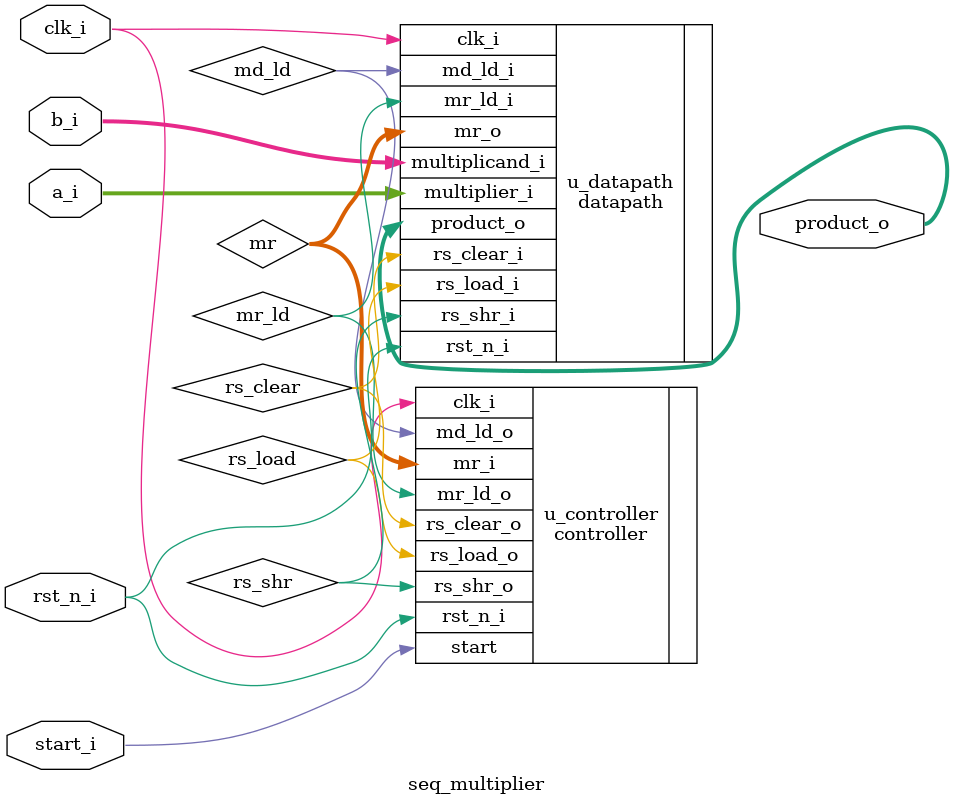
<source format=sv>
module seq_multiplier(
    input  logic        clk_i    , 
    input  logic        rst_n_i  , 
    input  logic        start_i  , 
    input  logic [31:0] a_i      , 
    input  logic [31:0] b_i      ,
    output logic [63:0] product_o 
);

logic [31:0] mr;
logic md_ld, mr_ld, rs_load, rs_clear, rs_shr;

controller u_controller(
    .clk_i     (clk_i),
    .rst_n_i   (rst_n_i),
    .start     (start_i),
    .mr_i      (mr),
    .mr_ld_o   (mr_ld),
    .md_ld_o   (md_ld),
    .rs_load_o (rs_load),
    .rs_clear_o(rs_clear),
    .rs_shr_o  (rs_shr)
);

datapath u_datapath(
    .clk_i         (clk_i),
    .rst_n_i       (rst_n_i),
    .multiplier_i  (a_i),
    .multiplicand_i(b_i),
    .mr_ld_i       (mr_ld),
    .md_ld_i       (md_ld),
    .rs_load_i     (rs_load),
    .rs_clear_i    (rs_clear),
    .rs_shr_i      (rs_shr),
    .mr_o          (mr),     
    .product_o     (product_o)
);

endmodule 

</source>
